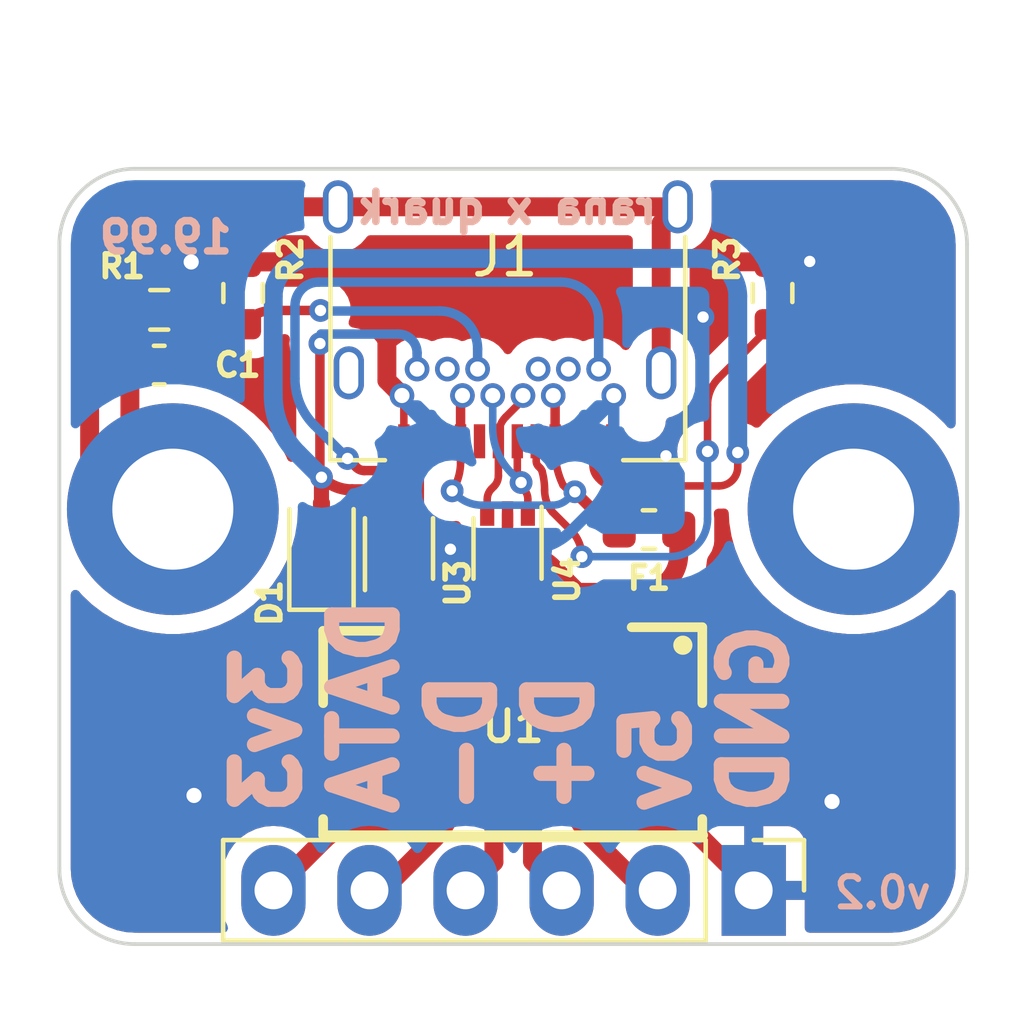
<source format=kicad_pcb>
(kicad_pcb (version 20221018) (generator pcbnew)
  (layers (0 "F.Cu" signal) (31 "B.Cu" signal) (34 "B.Paste" user) (35 "F.Paste" user) (36 "B.SilkS" user "B.Silkscreen") (37 "F.SilkS" user "F.Silkscreen") (38 "B.Mask" user) (39 "F.Mask" user) (44 "Edge.Cuts" user))
  (net 0 "")
  (net 1 "Net-(F1-Pad1)")
  (net 2 "+5V")
  (net 3 "Net-(J1-SHIELD)")
  (net 4 "GND")
  (net 5 "3vCable")
  (net 7 "Net-(J1-CC1)")
  (net 8 "DBUS+")
  (net 9 "DBUS-")
  (net 12 "DATABUS")
  (net 14 "Net-(J1-CC2)")
  (net 17 "DATA")
  (net 18 "D-")
  (net 19 "D+")
  (net 22 "3vDiode")
  (footprint "Connector_PinHeader_2.54mm:PinHeader_1x06_P2.54mm_Vertical" (layer "F.Cu") (at 72.05 46.23 -90)
    (fp_text reference "J2" hide)
    (fp_text value "DuPont Connector" hide)
    (fp_line (start -1.33 -1.33) (end 0 -1.33) (stroke (width 0.12)) (layer "F.SilkS"))
    (fp_line (start -1.33 0) (end -1.33 -1.33) (stroke (width 0.12)) (layer "F.SilkS"))
    (fp_line (start -1.33 1.27) (end -1.33 14.03) (stroke (width 0.12)) (layer "F.SilkS"))
    (fp_line (start -1.33 1.27) (end 1.33 1.27) (stroke (width 0.12)) (layer "F.SilkS"))
    (fp_line (start -1.33 14.03) (end 1.33 14.03) (stroke (width 0.12)) (layer "F.SilkS"))
    (fp_line (start 1.33 1.27) (end 1.33 14.03) (stroke (width 0.12)) (layer "F.SilkS"))
    (pad "1" thru_hole rect (at 0 0 270) (size 2.4 1.7) (drill 1) (layers "*.Cu" "*.Mask") (net 4 "GND"))
    (pad "2" thru_hole oval (at 0 2.54 270) (size 2.4 1.7) (drill 1) (layers "*.Cu" "*.Mask") (net 2 "+5V"))
    (pad "3" thru_hole oval (at 0 5.08 270) (size 2.4 1.7) (drill 1) (layers "*.Cu" "*.Mask") (net 19 "D+"))
    (pad "4" thru_hole oval (at 0 7.62 270) (size 2.4 1.7) (drill 1) (layers "*.Cu" "*.Mask") (net 18 "D-"))
    (pad "5" thru_hole oval (at 0 10.16 270) (size 2.4 1.7) (drill 1) (layers "*.Cu" "*.Mask") (net 17 "DATA"))
    (pad "6" thru_hole oval (at 0 12.7 270) (size 2.4 1.7) (drill 1) (layers "*.Cu" "*.Mask") (net 22 "3vDiode"))
  )
  (footprint "footprint:FPC-SMD_X05A26H12G" (layer "F.Cu") (at 65.68995 41.27149)
    (fp_text reference "U1" (at -0.000038 0.62851) (layer "F.SilkS") (effects (font (size 0.8 0.8))))
    (fp_text value "X05A26H12G")
    (fp_line (start -5.025019 -1.905004) (end -3.175006 -1.905004) (stroke (width 0.254)) (layer "F.SilkS"))
    (fp_line (start -5.025019 0.008865) (end -5.025019 -1.905004) (stroke (width 0.254)) (layer "F.SilkS"))
    (fp_line (start -5.025019 3.500025) (end -5.025019 3.071146) (stroke (width 0.254)) (layer "F.SilkS"))
    (fp_line (start -5.025019 3.500025) (end 5.024943 3.500025) (stroke (width 0.254)) (layer "F.SilkS"))
    (fp_line (start 3.131166 -2) (end 5 -2) (stroke (width 0.254)) (layer "F.SilkS"))
    (fp_line (start 5 -2) (end 5 0.008865) (stroke (width 0.254)) (layer "F.SilkS"))
    (fp_line (start 5 3.071146) (end 5 3.500025) (stroke (width 0.254)) (layer "F.SilkS"))
    (fp_circle (center 4.485954 -1.524003) (end 4.612954 -1.524003) (stroke (width 0.254)) (fill none) (layer "F.SilkS"))
    (fp_circle (center 5.024994 -1.864999) (end 5.054991 -1.864999) (stroke (width 0.059995)) (fill none) (layer "F.SilkS"))
    (pad "1" smd rect (at 2.750114 -1.540005) (size 0.3 1.3) (layers "F.Cu" "F.Paste" "F.Mask") (net 4 "GND"))
    (pad "2" smd rect (at 2.249987 -1.540005) (size 0.3 1.3) (layers "F.Cu" "F.Paste" "F.Mask") (net 4 "GND"))
    (pad "3" smd rect (at 1.750114 -1.540005) (size 0.3 1.3) (layers "F.Cu" "F.Paste" "F.Mask") (net 2 "+5V"))
    (pad "4" smd rect (at 1.249987 -1.540005) (size 0.3 1.3) (layers "F.Cu" "F.Paste" "F.Mask") (net 2 "+5V"))
    (pad "5" smd rect (at 0.750114 -1.540005) (size 0.3 1.3) (layers "F.Cu" "F.Paste" "F.Mask") (net 19 "D+"))
    (pad "6" smd rect (at 0.249987 -1.540005) (size 0.3 1.3) (layers "F.Cu" "F.Paste" "F.Mask") (net 19 "D+"))
    (pad "7" smd rect (at -0.249886 -1.540005) (size 0.3 1.3) (layers "F.Cu" "F.Paste" "F.Mask") (net 18 "D-"))
    (pad "8" smd rect (at -0.750013 -1.540005) (size 0.3 1.3) (layers "F.Cu" "F.Paste" "F.Mask") (net 18 "D-"))
    (pad "9" smd rect (at -1.249886 -1.540005) (size 0.3 1.3) (layers "F.Cu" "F.Paste" "F.Mask") (net 17 "DATA"))
    (pad "10" smd rect (at -1.750013 -1.540005) (size 0.3 1.3) (layers "F.Cu" "F.Paste" "F.Mask") (net 17 "DATA"))
    (pad "11" smd rect (at -2.249886 -1.540005) (size 0.3 1.3) (layers "F.Cu" "F.Paste" "F.Mask") (net 22 "3vDiode"))
    (pad "12" smd rect (at -2.750013 -1.540005) (size 0.3 1.3) (layers "F.Cu" "F.Paste" "F.Mask") (net 22 "3vDiode"))
    (pad "13" smd rect (at -4.684989 1.540005) (size 1.729997 2.6) (layers "F.Cu" "F.Paste" "F.Mask") (net 4 "GND"))
    (pad "14" smd rect (at 4.68509 1.540005) (size 1.729997 2.6) (layers "F.Cu" "F.Paste" "F.Mask") (net 4 "GND"))
  )
  (footprint "Package_TO_SOT_SMD:SOT-666" (layer "F.Cu") (at 65.54 37.19 -90)
    (fp_text reference "U4" (at 0.83 -1.58 90) (layer "F.SilkS") (effects (font (size 0.6 0.6))))
    (fp_text value "USBLC6-2P6")
    (fp_line (start -0.8 0.9) (end 0.8 0.9) (stroke (width 0.12)) (layer "F.SilkS"))
    (fp_line (start 0.8 -0.9) (end -1.1 -0.9) (stroke (width 0.12)) (layer "F.SilkS"))
    (pad "1" smd rect (at -0.85 -0.5375 270) (size 0.5 0.375) (layers "F.Cu" "F.Paste" "F.Mask") (net 8 "DBUS+"))
    (pad "2" smd rect (at -0.925 0 270) (size 0.65 0.3) (layers "F.Cu" "F.Paste" "F.Mask") (net 4 "GND"))
    (pad "3" smd rect (at -0.85 0.5375 270) (size 0.5 0.375) (layers "F.Cu" "F.Paste" "F.Mask") (net 9 "DBUS-"))
    (pad "4" smd rect (at 0.85 0.5375 270) (size 0.5 0.375) (layers "F.Cu" "F.Paste" "F.Mask") (net 18 "D-"))
    (pad "5" smd rect (at 0.925 0 270) (size 0.65 0.3) (layers "F.Cu" "F.Paste" "F.Mask") (net 2 "+5V"))
    (pad "6" smd rect (at 0.85 -0.5375 270) (size 0.5 0.375) (layers "F.Cu" "F.Paste" "F.Mask") (net 19 "D+"))
  )
  (footprint "Resistor_SMD:R_0603_1608Metric" (layer "F.Cu") (at 72.548603 30.43505 90)
    (fp_text reference "R3" (at 0.88505 -1.198603 90) (layer "F.SilkS") (effects (font (size 0.6 0.6))))
    (fp_text value "5.1k")
    (fp_line (start -0.237258 -0.5225) (end 0.237258 -0.5225) (stroke (width 0.12)) (layer "F.SilkS"))
    (fp_line (start -0.237258 0.5225) (end 0.237258 0.5225) (stroke (width 0.12)) (layer "F.SilkS"))
    (pad "1" smd roundrect (at -0.825 0 90) (size 0.8 0.95) (layers "F.Cu" "F.Paste" "F.Mask") (net 7 "Net-(J1-CC1)"))
    (pad "2" smd roundrect (at 0.825 0 90) (size 0.8 0.95) (layers "F.Cu" "F.Paste" "F.Mask") (net 4 "GND"))
  )
  (footprint "MountingHole:MountingHole_3.2mm_M3_DIN965_Pad" (layer "F.Cu") (at 56.69 36.15)
    (fp_text reference "H2" hide)
    (fp_text value "MountingHole_Pad" hide)
    (pad "1" thru_hole circle (at 0 0) (size 5.6 5.6) (drill 3.2) (layers "*.Cu" "*.Mask") (net 3 "Net-(J1-SHIELD)"))
  )
  (footprint "MountingHole:MountingHole_3.2mm_M3_DIN965_Pad" (layer "F.Cu") (at 74.69 36.15)
    (fp_text reference "H1" hide)
    (fp_text value "MountingHole" hide)
    (pad "1" thru_hole circle (at 0 0) (size 5.6 5.6) (drill 3.2) (layers "*.Cu" "*.Mask"))
  )
  (footprint "qw-footprints:TYPE-C_24P_QCHT" (layer "F.Cu") (at 65.548603 29.43505 180)
    (fp_text reference "J1" (at 0.075 -0.03495) (layer "F.SilkS"))
    (fp_text value "USB C Connector")
    (fp_line (start -4.69 -5.42) (end -4.69 0.48) (stroke (width 0.12)) (layer "F.SilkS"))
    (fp_line (start -4.69 -5.42) (end -3.05 -5.42) (stroke (width 0.12)) (layer "F.SilkS"))
    (fp_line (start 3.25 -5.42) (end 4.69 -5.42) (stroke (width 0.12)) (layer "F.SilkS"))
    (fp_line (start 4.69 -5.42) (end 4.69 0.48) (stroke (width 0.12)) (layer "F.SilkS"))
    (pad "" np_thru_hole circle (at -3.6 -4.36 180) (size 0.65 0.65) (drill 0.65) (layers "*.Cu" "*.Mask"))
    (pad "" np_thru_hole circle (at 3.75 -4.36 180) (size 0.65 0.65) (drill 0.65) (layers "*.Cu" "*.Mask"))
    (pad "A1" smd rect (at -2.75 -4.92 180) (size 0.3 0.9) (layers "F.Cu" "F.Paste" "F.Mask") (net 4 "GND"))
    (pad "A2" smd rect (at -2.25 -4.92 180) (size 0.3 0.9) (layers "F.Cu" "F.Paste" "F.Mask") (net 5 "3vCable"))
    (pad "A3" smd rect (at -1.75 -4.92 180) (size 0.3 0.9) (layers "F.Cu" "F.Paste" "F.Mask"))
    (pad "A4" smd rect (at -1.25 -4.92 180) (size 0.3 0.9) (layers "F.Cu" "F.Paste" "F.Mask") (net 1 "Net-(F1-Pad1)"))
    (pad "A5" smd rect (at -0.75 -4.92 180) (size 0.3 0.9) (layers "F.Cu" "F.Paste" "F.Mask") (net 7 "Net-(J1-CC1)"))
    (pad "A6" smd rect (at -0.25 -4.92 180) (size 0.3 0.9) (layers "F.Cu" "F.Paste" "F.Mask") (net 8 "DBUS+"))
    (pad "A7" smd rect (at 0.25 -4.92 180) (size 0.3 0.9) (layers "F.Cu" "F.Paste" "F.Mask") (net 9 "DBUS-"))
    (pad "A8" smd rect (at 0.75 -4.92 180) (size 0.3 0.9) (layers "F.Cu" "F.Paste" "F.Mask"))
    (pad "A9" smd rect (at 1.25 -4.92 180) (size 0.3 0.9) (layers "F.Cu" "F.Paste" "F.Mask") (net 1 "Net-(F1-Pad1)"))
    (pad "A10" smd rect (at 1.75 -4.92 180) (size 0.3 0.9) (layers "F.Cu" "F.Paste" "F.Mask"))
    (pad "A11" smd rect (at 2.25 -4.92 180) (size 0.3 0.9) (layers "F.Cu" "F.Paste" "F.Mask") (net 12 "DATABUS"))
    (pad "A12" smd rect (at 2.75 -4.92 180) (size 0.3 0.9) (layers "F.Cu" "F.Paste" "F.Mask") (net 4 "GND"))
    (pad "B1" thru_hole circle (at 2.8 -3.71 180) (size 0.65 0.65) (drill 0.4) (layers "*.Cu" "*.Mask") (net 4 "GND"))
    (pad "B2" thru_hole circle (at 2.4 -3.01 180) (size 0.65 0.65) (drill 0.4) (layers "*.Cu" "*.Mask") (net 5 "3vCable"))
    (pad "B3" thru_hole circle (at 1.6 -3.01 180) (size 0.65 0.65) (drill 0.4) (layers "*.Cu" "*.Mask"))
    (pad "B4" thru_hole circle (at 1.2 -3.71 180) (size 0.65 0.65) (drill 0.4) (layers "*.Cu" "*.Mask") (net 1 "Net-(F1-Pad1)"))
    (pad "B5" thru_hole circle (at 0.8 -3.01 180) (size 0.65 0.65) (drill 0.4) (layers "*.Cu" "*.Mask") (net 14 "Net-(J1-CC2)"))
    (pad "B6" thru_hole circle (at 0.4 -3.71 180) (size 0.65 0.65) (drill 0.4) (layers "*.Cu" "*.Mask") (net 8 "DBUS+"))
    (pad "B7" thru_hole circle (at -0.4 -3.71 180) (size 0.65 0.65) (drill 0.4) (layers "*.Cu" "*.Mask") (net 9 "DBUS-"))
    (pad "B8" thru_hole circle (at -0.8 -3.01 180) (size 0.65 0.65) (drill 0.4) (layers "*.Cu" "*.Mask"))
    (pad "B9" thru_hole circle (at -1.2 -3.71 180) (size 0.65 0.65) (drill 0.4) (layers "*.Cu" "*.Mask") (net 1 "Net-(F1-Pad1)"))
    (pad "B10" thru_hole circle (at -1.6 -3.01 180) (size 0.65 0.65) (drill 0.4) (layers "*.Cu" "*.Mask"))
    (pad "B11" thru_hole circle (at -2.4 -3.01 180) (size 0.65 0.65) (drill 0.4) (layers "*.Cu" "*.Mask") (net 12 "DATABUS"))
    (pad "B12" thru_hole circle (at -2.8 -3.71 180) (size 0.65 0.65) (drill 0.4) (layers "*.Cu" "*.Mask") (net 4 "GND"))
    (pad "S1" thru_hole oval (at -4.49 1.28 180) (size 0.8 1.4) (drill oval 0.5 1.1) (layers "*.Cu" "*.Mask") (net 3 "Net-(J1-SHIELD)"))
    (pad "S1" thru_hole oval (at -4.055 -3.11 180) (size 0.8 1.4) (drill oval 0.5 1.1) (layers "*.Cu" "*.Mask") (net 3 "Net-(J1-SHIELD)"))
    (pad "S1" thru_hole oval (at 4.205 -3.11 180) (size 0.8 1.4) (drill oval 0.5 1.1) (layers "*.Cu" "*.Mask") (net 3 "Net-(J1-SHIELD)"))
    (pad "S1" thru_hole oval (at 4.49 1.28 180) (size 0.8 1.4) (drill oval 0.5 1.1) (layers "*.Cu" "*.Mask") (net 3 "Net-(J1-SHIELD)"))
  )
  (footprint "Capacitor_SMD:C_0603_1608Metric" (layer "F.Cu") (at 56.33 32.34 180)
    (fp_text reference "C1" (at -2.075 0) (layer "F.SilkS") (effects (font (size 0.6 0.6))))
    (fp_text value "4.7u")
    (fp_line (start -0.14058 -0.51) (end 0.14058 -0.51) (stroke (width 0.12)) (layer "F.SilkS"))
    (fp_line (start -0.14058 0.51) (end 0.14058 0.51) (stroke (width 0.12)) (layer "F.SilkS"))
    (pad "1" smd roundrect (at -0.775 0 180) (size 0.9 0.95) (layers "F.Cu" "F.Paste" "F.Mask") (net 4 "GND"))
    (pad "2" smd roundrect (at 0.775 0 180) (size 0.9 0.95) (layers "F.Cu" "F.Paste" "F.Mask") (net 3 "Net-(J1-SHIELD)"))
  )
  (footprint "Fuse:Fuse_0603_1608Metric" (layer "F.Cu") (at 69.28 36.69)
    (fp_text reference "F1" (at 0 1.28) (layer "F.SilkS") (effects (font (size 0.6 0.6))))
    (fp_text value "500 mA")
    (fp_line (start -0.162779 -0.51) (end 0.162779 -0.51) (stroke (width 0.12)) (layer "F.SilkS"))
    (fp_line (start -0.162779 0.51) (end 0.162779 0.51) (stroke (width 0.12)) (layer "F.SilkS"))
    (pad "1" smd roundrect (at -0.7875 0) (size 0.875 0.95) (layers "F.Cu" "F.Paste" "F.Mask") (net 1 "Net-(F1-Pad1)"))
    (pad "2" smd roundrect (at 0.7875 0) (size 0.875 0.95) (layers "F.Cu" "F.Paste" "F.Mask") (net 2 "+5V"))
  )
  (footprint "Package_TO_SOT_SMD:SOT-666" (layer "F.Cu") (at 62.67 37.19 90)
    (fp_text reference "U3" (at -0.92 1.55 90) (layer "F.SilkS") (effects (font (size 0.6 0.6))))
    (fp_text value "USBLC6-2P6")
    (fp_line (start -0.8 0.9) (end 0.8 0.9) (stroke (width 0.12)) (layer "F.SilkS"))
    (fp_line (start 0.8 -0.9) (end -1.1 -0.9) (stroke (width 0.12)) (layer "F.SilkS"))
    (pad "1" smd rect (at -0.85 -0.5375 90) (size 0.5 0.375) (layers "F.Cu" "F.Paste" "F.Mask"))
    (pad "2" smd rect (at -0.925 0 90) (size 0.65 0.3) (layers "F.Cu" "F.Paste" "F.Mask") (net 4 "GND"))
    (pad "3" smd rect (at -0.85 0.5375 90) (size 0.5 0.375) (layers "F.Cu" "F.Paste" "F.Mask") (net 17 "DATA"))
    (pad "4" smd rect (at 0.85 0.5375 90) (size 0.5 0.375) (layers "F.Cu" "F.Paste" "F.Mask") (net 12 "DATABUS"))
    (pad "5" smd rect (at 0.925 0 90) (size 0.65 0.3) (layers "F.Cu" "F.Paste" "F.Mask") (net 5 "3vCable"))
    (pad "6" smd rect (at 0.85 -0.5375 90) (size 0.5 0.375) (layers "F.Cu" "F.Paste" "F.Mask"))
  )
  (footprint "Resistor_SMD:R_0603_1608Metric" (layer "F.Cu") (at 56.33 30.88 180)
    (fp_text reference "R1" (at 0.98 1.15) (layer "F.SilkS") (effects (font (size 0.6 0.6))))
    (fp_text value "1M")
    (fp_line (start -0.237258 -0.5225) (end 0.237258 -0.5225) (stroke (width 0.12)) (layer "F.SilkS"))
    (fp_line (start -0.237258 0.5225) (end 0.237258 0.5225) (stroke (width 0.12)) (layer "F.SilkS"))
    (pad "1" smd roundrect (at -0.825 0 180) (size 0.8 0.95) (layers "F.Cu" "F.Paste" "F.Mask") (net 4 "GND"))
    (pad "2" smd roundrect (at 0.825 0 180) (size 0.8 0.95) (layers "F.Cu" "F.Paste" "F.Mask") (net 3 "Net-(J1-SHIELD)"))
  )
  (footprint "Resistor_SMD:R_0603_1608Metric" (layer "F.Cu") (at 58.548603 30.43505 -90)
    (fp_text reference "R2" (at -0.88505 -1.251397 90) (layer "F.SilkS") (effects (font (size 0.6 0.6))))
    (fp_text value "5.1k")
    (fp_line (start -0.237258 -0.5225) (end 0.237258 -0.5225) (stroke (width 0.12)) (layer "F.SilkS"))
    (fp_line (start -0.237258 0.5225) (end 0.237258 0.5225) (stroke (width 0.12)) (layer "F.SilkS"))
    (pad "1" smd roundrect (at -0.825 0 270) (size 0.8 0.95) (layers "F.Cu" "F.Paste" "F.Mask") (net 4 "GND"))
    (pad "2" smd roundrect (at 0.825 0 270) (size 0.8 0.95) (layers "F.Cu" "F.Paste" "F.Mask") (net 14 "Net-(J1-CC2)"))
  )
  (footprint "Diode_SMD:D_SOD-323" (layer "F.Cu") (at 60.62 37.2 90)
    (fp_text reference "D1" (at -1.43 -1.37 90) (layer "F.SilkS") (effects (font (size 0.6 0.6))))
    (fp_text value "D_Schottky")
    (fp_line (start -1.61 -0.85) (end -1.61 0.85) (stroke (width 0.12)) (layer "F.SilkS"))
    (fp_line (start -1.61 -0.85) (end 1.05 -0.85) (stroke (width 0.12)) (layer "F.SilkS"))
    (fp_line (start -1.61 0.85) (end 1.05 0.85) (stroke (width 0.12)) (layer "F.SilkS"))
    (pad "1" smd roundrect (at -1.05 0 90) (size 0.6 0.45) (layers "F.Cu" "F.Paste" "F.Mask") (net 22 "3vDiode"))
    (pad "2" smd roundrect (at 1.05 0 90) (size 0.6 0.45) (layers "F.Cu" "F.Paste" "F.Mask") (net 5 "3vCable"))
  )
  (gr_arc (start 77.69 45.65) (mid 77.106125 47.066125) (end 75.69 47.65) (stroke (width 0.1)) (layer "Edge.Cuts"))
  (gr_line (start 77.69 29.15) (end 77.69 45.65) (stroke (width 0.1)) (layer "Edge.Cuts"))
  (gr_line (start 55.69 27.15) (end 75.69 27.15) (stroke (width 0.1)) (layer "Edge.Cuts"))
  (gr_arc (start 75.69 27.15) (mid 77.104652 27.735348) (end 77.69 29.15) (stroke (width 0.1)) (layer "Edge.Cuts"))
  (gr_arc (start 53.69 29.15) (mid 54.273867 27.733867) (end 55.69 27.15) (stroke (width 0.1)) (layer "Edge.Cuts"))
  (gr_line (start 75.69 47.65) (end 55.69 47.65) (stroke (width 0.1)) (layer "Edge.Cuts"))
  (gr_arc (start 55.69 47.65) (mid 54.273875 47.066125) (end 53.69 45.65) (stroke (width 0.1)) (layer "Edge.Cuts"))
  (gr_line (start 53.69 45.65) (end 53.69 29.15) (stroke (width 0.1)) (layer "Edge.Cuts"))
  (gr_text "v0.2" (at 76.82 46.76) (layer "B.SilkS") (effects (font (size 0.8 0.8) (thickness 0.16) bold) (justify left bottom mirror)))
  (gr_text "rana x quark" (at 69.58 28.65) (layer "B.SilkS") (effects (font (size 0.8 0.8) (thickness 0.2) bold) (justify left bottom mirror)))
  (gr_text "19.99" (at 58.35 29.43) (layer "B.SilkS") (effects (font (size 0.8 0.8) (thickness 0.2) bold) (justify left bottom mirror)))
  (gr_text "3v3\nDATA\nD-\nD+\n5v\nGND" (at 73.01 44.39 90) (layer "B.SilkS") (effects (font (size 1.6 1.6) (thickness 0.4) bold) (justify right bottom mirror)))
  (segment (start 66.798603 34.609191) (end 66.798603 34.35505) (width 0.2) (layer "F.Cu") (net 1))
  (segment (start 67.32 35.69) (end 67.18496 35.69) (width 0.2) (layer "F.Cu") (net 1))
  (segment (start 68.44 36.81) (end 67.32 35.69) (width 0.3) (layer "F.Cu") (net 1))
  (segment (start 64.075725 35.665725) (end 64.075725 35.658455) (width 0.2) (layer "F.Cu") (net 1))
  (segment (start 68.52 36.81) (end 68.44 36.81) (width 0.3) (layer "F.Cu") (net 1))
  (segment (start 66.798603 34.35505) (end 66.798603 33.19505) (width 0.25) (layer "F.Cu") (net 1))
  (segment (start 64.298603 34.910773) (end 64.298603 34.35505) (width 0.2) (layer "F.Cu") (net 1))
  (segment (start 67.18496 35.69) (end 67.00676 35.5118) (width 0.2) (layer "F.Cu") (net 1))
  (segment (start 64.298603 34.35505) (end 64.298603 33.19505) (width 0.25) (layer "F.Cu") (net 1))
  (segment (start 64.075725 35.658455) (end 64.095838 35.638342) (width 0.2) (layer "F.Cu") (net 1))
  (via (at 64.075725 35.665725) (size 0.6) (drill 0.3) (layers "F.Cu" "B.Cu") (net 1))
  (via (at 67.32 35.69) (size 0.6) (drill 0.3) (layers "F.Cu" "B.Cu") (net 1))
  (arc (start 64.095838 35.638342) (mid 64.246419 35.288091) (end 64.298603 34.910773) (width 0.2) (layer "F.Cu") (net 1))
  (arc (start 67.00676 35.5118) (mid 66.851851 35.07208) (end 66.798603 34.609191) (width 0.2) (layer "F.Cu") (net 1))
  (segment (start 64.162157 35.752157) (end 64.075725 35.665725) (width 0.2) (layer "B.Cu") (net 1))
  (segment (start 66.727238 36.04505) (end 64.869264 36.04505) (width 0.2) (layer "B.Cu") (net 1))
  (segment (start 67.32 35.69) (end 67.133038 35.876962) (width 0.2) (layer "B.Cu") (net 1))
  (arc (start 66.727238 36.04505) (mid 66.946855 36.001365) (end 67.133038 35.876962) (width 0.2) (layer "B.Cu") (net 1))
  (arc (start 64.869264 36.04505) (mid 64.48658 35.96893) (end 64.162157 35.752157) (width 0.2) (layer "B.Cu") (net 1))
  (segment (start 67.53 38.35) (end 69.0675 38.35) (width 0.5) (layer "F.Cu") (net 2))
  (segment (start 67.307157 38.572843) (end 67.53 38.35) (width 0.5) (layer "F.Cu") (net 2))
  (segment (start 70.0675 37.35) (end 70.0675 36.69) (width 0.5) (layer "F.Cu") (net 2))
  (segment (start 69.16 46.23) (end 67.775786 44.845786) (width 0.5) (layer "F.Cu") (net 2))
  (segment (start 66.939937 39.731485) (end 67.440064 39.731485) (width 0.3) (layer "F.Cu") (net 2))
  (segment (start 65.598579 37.408528) (end 65.648529 37.358578) (width 0.3) (layer "F.Cu") (net 2))
  (segment (start 65.78995 37.3) (end 66.065786 37.3) (width 0.3) (layer "F.Cu") (net 2))
  (segment (start 67.19 43.431573) (end 67.19 38.855685) (width 0.5) (layer "F.Cu") (net 2))
  (segment (start 69.51 46.23) (end 69.16 46.23) (width 0.5) (layer "F.Cu") (net 2))
  (segment (start 65.54 38.115) (end 65.54 37.54995) (width 0.3) (layer "F.Cu") (net 2))
  (segment (start 66.772893 37.592893) (end 67.53 38.35) (width 0.3) (layer "F.Cu") (net 2))
  (arc (start 66.065786 37.3) (mid 66.448469 37.37612) (end 66.772893 37.592893) (width 0.3) (layer "F.Cu") (net 2))
  (arc (start 67.19 38.855685) (mid 67.220448 38.702612) (end 67.307157 38.572843) (width 0.5) (layer "F.Cu") (net 2))
  (arc (start 67.775786 44.845786) (mid 67.342241 44.19694) (end 67.19 43.431573) (width 0.5) (layer "F.Cu") (net 2))
  (arc (start 65.598579 37.408528) (mid 65.555224 37.473413) (end 65.54 37.54995) (width 0.3) (layer "F.Cu") (net 2))
  (arc (start 69.0675 38.35) (mid 69.774607 38.057107) (end 70.0675 37.35) (width 0.5) (layer "F.Cu") (net 2))
  (arc (start 65.648529 37.358578) (mid 65.713414 37.315224) (end 65.78995 37.3) (width 0.3) (layer "F.Cu") (net 2))
  (segment (start 54.884189 28.535811) (end 54.870761 28.549239) (width 0.5) (layer "F.Cu") (net 3))
  (segment (start 55.505 30.88) (end 55.505 32.29) (width 0.5) (layer "F.Cu") (net 3))
  (segment (start 55.555 35.015) (end 56.69 36.15) (width 0.5) (layer "F.Cu") (net 3))
  (segment (start 56.69 36.15) (end 55.79 36.15) (width 0.5) (layer "F.Cu") (net 3))
  (segment (start 55.555 32.34) (end 55.555 35.015) (width 0.5) (layer "F.Cu") (net 3))
  (segment (start 61.058603 28.15505) (end 70.038603 28.15505) (width 0.5) (layer "F.Cu") (net 3))
  (segment (start 54.49 29.468478) (end 54.49 34.85) (width 0.5) (layer "F.Cu") (net 3))
  (segment (start 69.603603 28.59005) (end 70.038603 28.15505) (width 0.5) (layer "F.Cu") (net 3))
  (segment (start 55.505 32.29) (end 55.555 32.34) (width 0.5) (layer "F.Cu") (net 3))
  (segment (start 61.058603 28.15505) (end 55.803428 28.15505) (width 0.5) (layer "F.Cu") (net 3))
  (segment (start 55.79 36.15) (end 54.49 34.85) (width 0.5) (layer "F.Cu") (net 3))
  (segment (start 69.603603 32.54505) (end 69.603603 28.59005) (width 0.5) (layer "F.Cu") (net 3))
  (arc (start 55.803428 28.15505) (mid 55.30594 28.254007) (end 54.884189 28.535811) (width 0.5) (layer "F.Cu") (net 3))
  (arc (start 54.870761 28.549239) (mid 54.588956 28.970989) (end 54.49 29.468478) (width 0.5) (layer "F.Cu") (net 3))
  (segment (start 69.244214 44.58) (end 69.985786 44.58) (width 0.5) (layer "F.Cu") (net 4))
  (segment (start 72.548603 29.61005) (end 73.51995 29.61005) (width 0.5) (layer "F.Cu") (net 4))
  (segment (start 62.748603 33.14505) (end 62.35 32.746447) (width 0.5) (layer "F.Cu") (net 4))
  (segment (start 65.54 36.594255) (end 65.54 36.265) (width 0.3) (layer "F.Cu") (net 4))
  (segment (start 70.692893 44.872893) (end 72.05 46.23) (width 0.5) (layer "F.Cu") (net 4))
  (segment (start 73.51995 29.61005) (end 73.53 29.6) (width 0.5) (layer "F.Cu") (net 4))
  (segment (start 68.298603 34.754339) (end 68.298603 34.35505) (width 0.3) (layer "F.Cu") (net 4))
  (segment (start 64.03 37.21) (end 64.882893 37.21) (width 0.3) (layer "F.Cu") (net 4))
  (segment (start 62.35 32.746447) (end 62.35 30.61005) (width 0.5) (layer "F.Cu") (net 4))
  (segment (start 69.73 34.74) (end 69.73 35.041939) (width 0.3) (layer "F.Cu") (net 4))
  (segment (start 68.298603 34.35505) (end 68.298603 33.19505) (width 0.2) (layer "F.Cu") (net 4))
  (segment (start 64.03 37.21) (end 63.17 37.21) (width 0.3) (layer "F.Cu") (net 4))
  (segment (start 69.73 35.041939) (end 69.722403 35.049536) (width 0.3) (layer "F.Cu") (net 4))
  (segment (start 69.53 35.08505) (end 68.629314 35.08505) (width 0.3) (layer "F.Cu") (net 4))
  (segment (start 57.44995 29.61005) (end 57.445763 29.614237) (width 0.5) (layer "F.Cu") (net 4))
  (segment (start 68.417182 34.997182) (end 68.386471 34.966471) (width 0.3) (layer "F.Cu") (net 4))
  (segment (start 61.35 29.61005) (end 58.548603 29.61005) (width 0.5) (layer "F.Cu") (net 4))
  (segment (start 57.44995 29.61005) (end 58.548603 29.61005) (width 0.5) (layer "F.Cu") (net 4))
  (segment (start 57.105 30.93) (end 57.155 30.88) (width 0.5) (layer "F.Cu") (net 4))
  (segment (start 57.155 29.634664) (end 57.175427 29.614237) (width 0.5) (layer "F.Cu") (net 4))
  (segment (start 57.445763 29.614237) (end 57.175427 29.614237) (width 0.5) (layer "F.Cu") (net 4))
  (segment (start 65.236447 37.063553) (end 65.422801 36.877199) (width 0.3) (layer "F.Cu") (net 4))
  (segment (start 62.67 37.71) (end 62.67 38.115) (width 0.3) (layer "F.Cu") (net 4))
  (segment (start 57.105 32.34) (end 57.105 30.93) (width 0.5) (layer "F.Cu") (net 4))
  (segment (start 68.482893 44.232893) (end 68.537107 44.287107) (width 0.5) (layer "F.Cu") (net 4))
  (segment (start 57.155 30.88) (end 57.155 29.634664) (width 0.5) (layer "F.Cu") (net 4))
  (segment (start 62.798603 34.35505) (end 62.798603 33.19505) (width 0.2) (layer "F.Cu") (net 4))
  (segment (start 64.03 37.21) (end 63.95 37.29) (width 0.3) (layer "F.Cu") (net 4))
  (segment (start 68.19 39.69) (end 68.19 43.525786) (width 0.5) (layer "F.Cu") (net 4))
  (via (at 57.175427 29.614237) (size 0.8) (drill 0.4) (layers "F.Cu" "B.Cu") (net 4))
  (via (at 70.71 31.07) (size 0.6) (drill 0.3) (layers "F.Cu" "B.Cu") (net 4))
  (via (at 64.03 37.21) (size 0.6) (drill 0.3) (layers "F.Cu" "B.Cu") (net 4))
  (via (at 57.25 43.72) (size 0.8) (drill 0.4) (layers "F.Cu" "B.Cu") (net 4))
  (via (at 69.73 34.74) (size 0.6) (drill 0.3) (layers "F.Cu" "B.Cu") (net 4))
  (via (at 74.12 43.88) (size 0.8) (drill 0.4) (layers "F.Cu" "B.Cu") (net 4))
  (via (at 73.53 29.6) (size 0.6) (drill 0.3) (layers "F.Cu" "B.Cu") (net 4))
  (arc (start 68.629314 35.08505) (mid 68.514509 35.062214) (end 68.417182 34.997182) (width 0.3) (layer "F.Cu") (net 4))
  (arc (start 68.386471 34.966471) (mid 68.321439 34.869144) (end 68.298603 34.754339) (width 0.3) (layer "F.Cu") (net 4))
  (arc (start 68.19 43.525786) (mid 68.26612 43.908469) (end 68.482893 44.232893) (width 0.5) (layer "F.Cu") (net 4))
  (arc (start 65.422801 36.877199) (mid 65.509541 36.747383) (end 65.54 36.594255) (width 0.3) (layer "F.Cu") (net 4))
  (arc (start 65.236447 37.063553) (mid 65.074235 37.17194) (end 64.882893 37.21) (width 0.3) (layer "F.Cu") (net 4))
  (arc (start 70.692893 44.872893) (mid 70.36847 44.65612) (end 69.985786 44.58) (width 0.5) (layer "F.Cu") (net 4))
  (arc (start 61.35 29.61005) (mid 62.057107 29.902943) (end 62.35 30.61005) (width 0.5) (layer "F.Cu") (net 4))
  (arc (start 63.17 37.21) (mid 62.816447 37.356447) (end 62.67 37.71) (width 0.3) (layer "F.Cu") (net 4))
  (arc (start 69.722403 35.049536) (mid 69.627549 35.075443) (end 69.53 35.08505) (width 0.3) (layer "F.Cu") (net 4))
  (arc (start 68.537107 44.287107) (mid 68.86153 44.50388) (end 69.244214 44.58) (width 0.5) (layer "F.Cu") (net 4))
  (segment (start 68.348603 34.767408) (end 68.348603 33.14505) (width 0.3) (layer "B.Cu") (net 4))
  (segment (start 64.03 37.21) (end 66.044974 37.21) (width 0.3) (layer "B.Cu") (net 4))
  (segment (start 67.231457 36.718543) (end 67.758884 36.191116) (width 0.3) (layer "B.Cu") (net 4))
  (arc (start 67.758884 36.191116) (mid 68.19534 35.537913) (end 68.348603 34.767408) (width 0.3) (layer "B.Cu") (net 4))
  (arc (start 67.231457 36.718543) (mid 66.687094 37.082275) (end 66.044974 37.21) (width 0.3) (layer "B.Cu") (net 4))
  (segment (start 60.62 35.306068) (end 60.62 36.15) (width 0.4) (layer "F.Cu") (net 5))
  (segment (start 60.62 35.306068) (end 60.579216 35.265284) (width 0.25) (layer "F.Cu") (net 5))
  (segment (start 67.998603 35.388603) (end 67.945049 35.335049) (width 0.2) (layer "F.Cu") (net 5))
  (segment (start 62.67 36.014572) (end 62.67 36.265) (width 0.3) (layer "F.Cu") (net 5))
  (segment (start 71.627324 34.651666) (end 71.627324 35.03505) (width 0.2) (layer "F.Cu") (net 5))
  (segment (start 71.127324 35.53505) (end 68.352157 35.53505) (width 0.2) (layer "F.Cu") (net 5))
  (segment (start 60.579216 35.265284) (end 60.579216 31.770905) (width 0.25) (layer "F.Cu") (net 5))
  (segment (start 67.798603 34.981496) (end 67.798603 34.35505) (width 0.2) (layer "F.Cu") (net 5))
  (segment (start 61.426151 35.64) (end 62.295428 35.64) (width 0.3) (layer "F.Cu") (net 5))
  (via (at 60.579216 31.770905) (size 0.6) (drill 0.3) (layers "F.Cu" "B.Cu") (net 5))
  (via (at 71.627324 34.651666) (size 0.6) (drill 0.3) (layers "F.Cu" "B.Cu") (net 5))
  (via (at 60.62 35.306068) (size 0.6) (drill 0.3) (layers "F.Cu" "B.Cu") (net 5))
  (arc (start 71.127324 35.53505) (mid 71.480877 35.388603) (end 71.627324 35.03505) (width 0.2) (layer "F.Cu") (net 5))
  (arc (start 61.426151 35.64) (mid 60.989878 35.55322) (end 60.62 35.306068) (width 0.3) (layer "F.Cu") (net 5))
  (arc (start 68.352157 35.53505) (mid 68.160815 35.49699) (end 67.998603 35.388603) (width 0.2) (layer "F.Cu") (net 5))
  (arc (start 67.798603 34.981496) (mid 67.836663 35.172837) (end 67.945049 35.335049) (width 0.2) (layer "F.Cu") (net 5))
  (arc (start 62.67 36.014572) (mid 62.56029 35.74971) (end 62.295428 35.64) (width 0.3) (layer "F.Cu") (net 5))
  (segment (start 60.61 31.740121) (end 60.579216 31.770905) (width 0.25) (layer "B.Cu") (net 5))
  (segment (start 60.61 31.52005) (end 62.648603 31.52005) (width 0.25) (layer "B.Cu") (net 5))
  (segment (start 59.345 33.127603) (end 59.345 30.52) (width 0.5) (layer "B.Cu") (net 5))
  (segment (start 71.627324 30.52) (end 71.627324 34.651666) (width 0.5) (layer "B.Cu") (net 5))
  (segment (start 60.345 29.52) (end 70.627324 29.52) (width 0.5) (layer "B.Cu") (net 5))
  (segment (start 60.62 35.306068) (end 59.983846 34.669914) (width 0.5) (layer "B.Cu") (net 5))
  (segment (start 63.148603 32.02005) (end 63.148603 32.44505) (width 0.25) (layer "B.Cu") (net 5))
  (segment (start 60.61 31.52005) (end 60.61 31.740121) (width 0.25) (layer "B.Cu") (net 5))
  (arc (start 59.983846 34.669914) (mid 59.511031 33.962296) (end 59.345 33.127603) (width 0.5) (layer "B.Cu") (net 5))
  (arc (start 62.648603 31.52005) (mid 63.002156 31.666497) (end 63.148603 32.02005) (width 0.25) (layer "B.Cu") (net 5))
  (arc (start 70.627324 29.52) (mid 71.334431 29.812893) (end 71.627324 30.52) (width 0.5) (layer "B.Cu") (net 5))
  (arc (start 60.345 29.52) (mid 59.637893 29.812893) (end 59.345 30.52) (width 0.5) (layer "B.Cu") (net 5))
  (segment (start 67.218587 36.716025) (end 66.722889 36.220327) (width 0.2) (layer "F.Cu") (net 7))
  (segment (start 66.298603 34.87664) (end 66.298603 34.35505) (width 0.2) (layer "F.Cu") (net 7))
  (segment (start 72.548603 31.26005) (end 71.121209 32.687444) (width 0.2) (layer "F.Cu") (net 7))
  (segment (start 66.403871 35.064751) (end 66.357181 35.018061) (width 0.2) (layer "F.Cu") (net 7))
  (segment (start 70.828316 33.394551) (end 70.828316 34.623544) (width 0.2) (layer "F.Cu") (net 7))
  (segment (start 66.45526 35.153011) (end 66.455634 35.154406) (width 0.2) (layer "F.Cu") (net 7))
  (via (at 67.504266 37.405734) (size 0.6) (drill 0.3) (layers "F.Cu" "B.Cu") (net 7))
  (via (at 70.828316 34.623544) (size 0.6) (drill 0.3) (layers "F.Cu" "B.Cu") (net 7))
  (arc (start 66.520278 35.64684) (mid 66.503954 35.397795) (end 66.45526 35.153011) (width 0.2) (layer "F.Cu") (net 7))
  (arc (start 67.504266 37.405734) (mid 67.430021 37.032456) (end 67.218587 36.716025) (width 0.2) (layer "F.Cu") (net 7))
  (arc (start 66.455634 35.154406) (mid 66.435654 35.106171) (end 66.403871 35.064751) (width 0.2) (layer "F.Cu") (net 7))
  (arc (start 66.357181 35.018061) (mid 66.313827 34.953176) (end 66.298603 34.87664) (width 0.2) (layer "F.Cu") (net 7))
  (arc (start 71.121209 32.687444) (mid 70.904436 33.011867) (end 70.828316 33.394551) (width 0.2) (layer "F.Cu") (net 7))
  (arc (start 66.722889 36.220327) (mid 66.573012 35.950768) (end 66.520278 35.64684) (width 0.2) (layer "F.Cu") (net 7))
  (segment (start 67.504266 37.405734) (end 69.828316 37.405734) (width 0.2) (layer "B.Cu") (net 7))
  (segment (start 70.828316 36.405734) (end 70.828316 34.623544) (width 0.2) (layer "B.Cu") (net 7))
  (arc (start 69.828316 37.405734) (mid 70.535423 37.112841) (end 70.828316 36.405734) (width 0.2) (layer "B.Cu") (net 7))
  (segment (start 65.915761 35.565761) (end 65.960343 35.610343) (width 0.2) (layer "F.Cu") (net 8))
  (segment (start 66.0775 35.893185) (end 66.0775 36.34) (width 0.2) (layer "F.Cu") (net 8))
  (segment (start 65.798603 34.35505) (end 65.798603 35.282918) (width 0.2) (layer "F.Cu") (net 8))
  (via (at 65.898103 35.44505) (size 0.6) (drill 0.3) (layers "F.Cu" "B.Cu") (net 8))
  (arc (start 65.960343 35.610343) (mid 66.047052 35.740112) (end 66.0775 35.893185) (width 0.2) (layer "F.Cu") (net 8))
  (arc (start 65.915761 35.565761) (mid 65.829052 35.435992) (end 65.798603 35.282918) (width 0.2) (layer "F.Cu") (net 8))
  (segment (start 65.898103 35.44505) (end 65.638598 35.185545) (width 0.2) (layer "B.Cu") (net 8))
  (segment (start 65.148603 34.002592) (end 65.148603 33.14505) (width 0.2) (layer "B.Cu") (net 8))
  (arc (start 65.148603 34.002592) (mid 65.275949 34.642801) (end 65.638598 35.185545) (width 0.2) (layer "B.Cu") (net 8))
  (segment (start 65.0025 35.893185) (end 65.0025 36.34) (width 0.2) (layer "F.Cu") (net 9))
  (segment (start 65.298603 34.35505) (end 65.298603 35.265712) (width 0.2) (layer "F.Cu") (net 9))
  (segment (start 65.298603 34.35505) (end 65.298603 34.320764) (width 0.2) (layer "F.Cu") (net 9))
  (segment (start 65.496849 33.708304) (end 65.948603 33.25655) (width 0.2) (layer "F.Cu") (net 9))
  (segment (start 65.298603 34.320764) (end 65.298601 34.186925) (width 0.2) (layer "F.Cu") (net 9))
  (segment (start 65.181445 35.548555) (end 65.119657 35.610343) (width 0.2) (layer "F.Cu") (net 9))
  (arc (start 65.181445 35.548555) (mid 65.268154 35.418786) (end 65.298603 35.265712) (width 0.2) (layer "F.Cu") (net 9))
  (arc (start 65.0025 35.893185) (mid 65.032948 35.740112) (end 65.119657 35.610343) (width 0.2) (layer "F.Cu") (net 9))
  (arc (start 65.298601 34.186925) (mid 65.350122 33.927897) (end 65.496849 33.708304) (width 0.2) (layer "F.Cu") (net 9))
  (segment (start 63.2075 36.34) (end 63.2075 35.63) (width 0.25) (layer "F.Cu") (net 12))
  (segment (start 62.7075 35.13) (end 61.754264 35.13) (width 0.25) (layer "F.Cu") (net 12))
  (segment (start 61.542132 35.042132) (end 61.31 34.81) (width 0.25) (layer "F.Cu") (net 12))
  (segment (start 63.2075 35.63) (end 63.2075 35.116348) (width 0.25) (layer "F.Cu") (net 12))
  (segment (start 63.245576 35.024424) (end 63.260527 35.009473) (width 0.25) (layer "F.Cu") (net 12))
  (segment (start 63.298603 34.917549) (end 63.298603 34.35505) (width 0.25) (layer "F.Cu") (net 12))
  (via (at 61.31 34.81) (size 0.6) (drill 0.3) (layers "F.Cu" "B.Cu") (net 12))
  (arc (start 63.298603 34.917549) (mid 63.288707 34.967298) (end 63.260527 35.009473) (width 0.25) (layer "F.Cu") (net 12))
  (arc (start 61.754264 35.13) (mid 61.639459 35.107164) (end 61.542132 35.042132) (width 0.25) (layer "F.Cu") (net 12))
  (arc (start 63.2075 35.116348) (mid 63.217396 35.066599) (end 63.245576 35.024424) (width 0.25) (layer "F.Cu") (net 12))
  (arc (start 63.2075 35.63) (mid 63.061053 35.276447) (end 62.7075 35.13) (width 0.25) (layer "F.Cu") (net 12))
  (segment (start 60.430488 33.930488) (end 61.31 34.81) (width 0.25) (layer "B.Cu") (net 12))
  (segment (start 59.92 30.772397) (end 59.92 32.698061) (width 0.25) (layer "B.Cu") (net 12))
  (segment (start 67.948603 32.44505) (end 67.948603 31.146003) (width 0.25) (layer "B.Cu") (net 12))
  (segment (start 66.948603 30.146003) (end 60.546394 30.146003) (width 0.25) (layer "B.Cu") (net 12))
  (arc (start 60.430488 33.930488) (mid 60.052672 33.365046) (end 59.92 32.698061) (width 0.25) (layer "B.Cu") (net 12))
  (arc (start 60.546394 30.146003) (mid 60.103467 30.32947) (end 59.92 30.772397) (width 0.25) (layer "B.Cu") (net 12))
  (arc (start 67.948603 31.146003) (mid 67.65571 30.438896) (end 66.948603 30.146003) (width 0.25) (layer "B.Cu") (net 12))
  (segment (start 58.619998 31.188655) (end 58.548603 31.26005) (width 0.25) (layer "F.Cu") (net 14))
  (segment (start 60.593716 30.895762) (end 59.327105 30.895762) (width 0.25) (layer "F.Cu") (net 14))
  (via (at 60.593716 30.895762) (size 0.6) (drill 0.3) (layers "F.Cu" "B.Cu") (net 14))
  (arc (start 59.327105 30.895762) (mid 58.944422 30.971882) (end 58.619998 31.188655) (width 0.25) (layer "F.Cu") (net 14))
  (segment (start 60.608545 30.910591) (end 63.748603 30.910591) (width 0.25) (layer "B.Cu") (net 14))
  (segment (start 60.593716 30.895762) (end 60.608545 30.910591) (width 0.25) (layer "B.Cu") (net 14))
  (segment (start 64.748603 31.910591) (end 64.748603 32.44505) (width 0.25) (layer "B.Cu") (net 14))
  (arc (start 64.748603 31.910591) (mid 64.45571 31.203484) (end 63.748603 30.910591) (width 0.25) (layer "B.Cu") (net 14))
  (segment (start 61.89 46.23) (end 62.23 46.23) (width 0.5) (layer "F.Cu") (net 17))
  (segment (start 64.17 38.04) (end 63.27 38.04) (width 0.5) (layer "F.Cu") (net 17))
  (segment (start 63.939937 39.731485) (end 64.440064 39.731485) (width 0.3) (layer "F.Cu") (net 17))
  (segment (start 62.23 46.23) (end 63.584214 44.875786) (width 0.5) (layer "F.Cu") (net 17))
  (segment (start 64.17 43.461573) (end 64.17 38.04) (width 0.5) (layer "F.Cu") (net 17))
  (arc (start 64.17 43.461573) (mid 64.017759 44.22694) (end 63.584214 44.875786) (width 0.5) (layer "F.Cu") (net 17))
  (segment (start 65.18 39.731485) (end 65.18 38.872843) (width 0.3) (layer "F.Cu") (net 18))
  (segment (start 64.939937 39.731485) (end 65.18 39.731485) (width 0.3) (layer "F.Cu") (net 18))
  (segment (start 65.18 39.731485) (end 65.440064 39.731485) (width 0.3) (layer "F.Cu") (net 18))
  (segment (start 65.0025 38.529657) (end 65.0025 38.04) (width 0.3) (layer "F.Cu") (net 18))
  (segment (start 64.43 46.23) (end 65.18 45.48) (width 0.5) (layer "F.Cu") (net 18))
  (segment (start 65.18 45.48) (end 65.18 39.731485) (width 0.5) (layer "F.Cu") (net 18))
  (segment (start 65.121421 38.731421) (end 65.061078 38.671078) (width 0.3) (layer "F.Cu") (net 18))
  (arc (start 65.061078 38.671078) (mid 65.017724 38.606193) (end 65.0025 38.529657) (width 0.3) (layer "F.Cu") (net 18))
  (arc (start 65.121421 38.731421) (mid 65.164776 38.796306) (end 65.18 38.872843) (width 0.3) (layer "F.Cu") (net 18))
  (segment (start 66.97 46.23) (end 66.2 45.46) (width 0.5) (layer "F.Cu") (net 19))
  (segment (start 65.939937 39.731485) (end 66.2 39.731485) (width 0.3) (layer "F.Cu") (net 19))
  (segment (start 66.2 39.731485) (end 66.440064 39.731485) (width 0.3) (layer "F.Cu") (net 19))
  (segment (start 66.0775 38.607157) (end 66.0775 38.04) (width 0.3) (layer "F.Cu") (net 19))
  (segment (start 66.2 45.46) (end 66.2 39.731485) (width 0.5) (layer "F.Cu") (net 19))
  (segment (start 66.141421 38.753921) (end 66.136078 38.748578) (width 0.3) (layer "F.Cu") (net 19))
  (segment (start 66.2 39.731485) (end 66.2 38.895343) (width 0.3) (layer "F.Cu") (net 19))
  (arc (start 66.136078 38.748578) (mid 66.092724 38.683693) (end 66.0775 38.607157) (width 0.3) (layer "F.Cu") (net 19))
  (arc (start 66.2 38.895343) (mid 66.184776 38.818806) (end 66.141421 38.753921) (width 0.3) (layer "F.Cu") (net 19))
  (segment (start 63.168232 39.680563) (end 63.108472 39.516373) (width 0.5) (layer "F.Cu") (net 22))
  (segment (start 62.459437 38.971768) (end 62.287364 38.941427) (width 0.5) (layer "F.Cu") (net 22))
  (segment (start 62.774946 39.118892) (end 62.623627 39.031528) (width 0.5) (layer "F.Cu") (net 22))
  (segment (start 61.414214 44.58) (end 61.88724 44.58) (width 0.5) (layer "F.Cu") (net 22))
  (segment (start 62.287364 38.941427) (end 62.2 38.94) (width 0.5) (layer "F.Cu") (net 22))
  (segment (start 60.62 38.44) (end 60.62 38.25) (width 0.5) (layer "F.Cu") (net 22))
  (segment (start 62.623627 39.031528) (end 62.459437 38.971768) (width 0.5) (layer "F.Cu") (net 22))
  (segment (start 62.594347 44.287107) (end 62.907107 43.974347) (width 0.5) (layer "F.Cu") (net 22))
  (segment (start 59.35 46.23) (end 60.707107 44.872893) (width 0.5) (layer "F.Cu") (net 22))
  (segment (start 63.2 39.94) (end 63.198573 39.852636) (width 0.5) (layer "F.Cu") (net 22))
  (segment (start 62.908795 39.231205) (end 62.774946 39.118892) (width 0.5) (layer "F.Cu") (net 22))
  (segment (start 63.198573 39.852636) (end 63.168232 39.680563) (width 0.5) (layer "F.Cu") (net 22))
  (segment (start 63.2 43.26724) (end 63.2 39.94) (width 0.5) (layer "F.Cu") (net 22))
  (segment (start 62.2 38.94) (end 61.12 38.94) (width 0.5) (layer "F.Cu") (net 22))
  (segment (start 63.108472 39.516373) (end 63.021108 39.365054) (width 0.5) (layer "F.Cu") (net 22))
  (segment (start 63.021108 39.365054) (end 62.908795 39.231205) (width 0.5) (layer "F.Cu") (net 22))
  (arc (start 62.907107 43.974347) (mid 63.12388 43.649924) (end 63.2 43.26724) (width 0.5) (layer "F.Cu") (net 22))
  (arc (start 61.88724 44.58) (mid 62.269924 44.50388) (end 62.594347 44.287107) (width 0.5) (layer "F.Cu") (net 22))
  (arc (start 60.707107 44.872893) (mid 61.031531 44.65612) (end 61.414214 44.58) (width 0.5) (layer "F.Cu") (net 22))
  (arc (start 60.62 38.44) (mid 60.766447 38.793553) (end 61.12 38.94) (width 0.5) (layer "F.Cu") (net 22))
  (zone (net 4) (net_name "GND") (layers "F&B.Cu") (connect_pads (clearance 0.5)) (min_thickness 0.25) (fill yes (thermal_gap 0.5) (thermal_bridge_width 0.5))
    (polygon (pts (xy 53.33 26.68) (xy 79.21 26.68) (xy 79.21 48.28) (xy 78.71 48.78) (xy 52.25 48.78) (xy 52.12 48.65) (xy 52.12 27.89)))
  )
)
</source>
